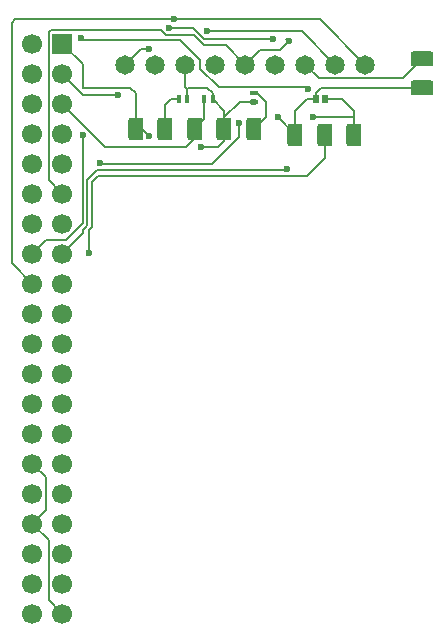
<source format=gbr>
%TF.GenerationSoftware,KiCad,Pcbnew,9.0.4-9.0.4-0~ubuntu22.04.1*%
%TF.CreationDate,2025-10-27T10:58:52+05:30*%
%TF.ProjectId,Pin_Socket,50696e5f-536f-4636-9b65-742e6b696361,rev?*%
%TF.SameCoordinates,Original*%
%TF.FileFunction,Copper,L2,Bot*%
%TF.FilePolarity,Positive*%
%FSLAX46Y46*%
G04 Gerber Fmt 4.6, Leading zero omitted, Abs format (unit mm)*
G04 Created by KiCad (PCBNEW 9.0.4-9.0.4-0~ubuntu22.04.1) date 2025-10-27 10:58:52*
%MOMM*%
%LPD*%
G01*
G04 APERTURE LIST*
G04 Aperture macros list*
%AMRoundRect*
0 Rectangle with rounded corners*
0 $1 Rounding radius*
0 $2 $3 $4 $5 $6 $7 $8 $9 X,Y pos of 4 corners*
0 Add a 4 corners polygon primitive as box body*
4,1,4,$2,$3,$4,$5,$6,$7,$8,$9,$2,$3,0*
0 Add four circle primitives for the rounded corners*
1,1,$1+$1,$2,$3*
1,1,$1+$1,$4,$5*
1,1,$1+$1,$6,$7*
1,1,$1+$1,$8,$9*
0 Add four rect primitives between the rounded corners*
20,1,$1+$1,$2,$3,$4,$5,0*
20,1,$1+$1,$4,$5,$6,$7,0*
20,1,$1+$1,$6,$7,$8,$9,0*
20,1,$1+$1,$8,$9,$2,$3,0*%
G04 Aperture macros list end*
%TA.AperFunction,ComponentPad*%
%ADD10R,1.700000X1.700000*%
%TD*%
%TA.AperFunction,ComponentPad*%
%ADD11C,1.700000*%
%TD*%
%TA.AperFunction,SMDPad,CuDef*%
%ADD12RoundRect,0.050000X-0.300000X0.150000X-0.300000X-0.150000X0.300000X-0.150000X0.300000X0.150000X0*%
%TD*%
%TA.AperFunction,SMDPad,CuDef*%
%ADD13RoundRect,0.050000X-0.150000X-0.300000X0.150000X-0.300000X0.150000X0.300000X-0.150000X0.300000X0*%
%TD*%
%TA.AperFunction,ComponentPad*%
%ADD14C,1.650000*%
%TD*%
%TA.AperFunction,SMDPad,CuDef*%
%ADD15R,0.500000X0.800000*%
%TD*%
%TA.AperFunction,SMDPad,CuDef*%
%ADD16RoundRect,0.190500X0.762000X0.444500X-0.762000X0.444500X-0.762000X-0.444500X0.762000X-0.444500X0*%
%TD*%
%TA.AperFunction,SMDPad,CuDef*%
%ADD17RoundRect,0.190500X0.444500X-0.762000X0.444500X0.762000X-0.444500X0.762000X-0.444500X-0.762000X0*%
%TD*%
%TA.AperFunction,ViaPad*%
%ADD18C,0.600000*%
%TD*%
%TA.AperFunction,Conductor*%
%ADD19C,0.200000*%
%TD*%
G04 APERTURE END LIST*
D10*
%TO.P,J1,1,Pin_1*%
%TO.N,3v3 power_1*%
X133770000Y-65294200D03*
D11*
%TO.P,J1,2,Pin_2*%
%TO.N,5V_Power*%
X131230000Y-65294200D03*
%TO.P,J1,3,Pin_3*%
%TO.N,SDA*%
X133770000Y-67834200D03*
%TO.P,J1,4,Pin_4*%
%TO.N,5V_Power*%
X131230000Y-67834200D03*
%TO.P,J1,5,Pin_5*%
%TO.N,SCL*%
X133770000Y-70374200D03*
%TO.P,J1,6,Pin_6*%
%TO.N,GND*%
X131230000Y-70374200D03*
%TO.P,J1,7,Pin_7*%
%TO.N,unconnected-(J1-Pin_7-Pad7)*%
X133770000Y-72914200D03*
%TO.P,J1,8,Pin_8*%
%TO.N,unconnected-(J1-Pin_8-Pad8)*%
X131230000Y-72914200D03*
%TO.P,J1,9,Pin_9*%
%TO.N,GND*%
X133770000Y-75454200D03*
%TO.P,J1,10,Pin_10*%
%TO.N,unconnected-(J1-Pin_10-Pad10)*%
X131230000Y-75454200D03*
%TO.P,J1,11,Pin_11*%
%TO.N,M5_ZOOM_OUT*%
X133770000Y-77994200D03*
%TO.P,J1,12,Pin_12*%
%TO.N,unconnected-(J1-Pin_12-Pad12)*%
X131230000Y-77994200D03*
%TO.P,J1,13,Pin_13*%
%TO.N,M4_ZOOM_IN*%
X133770000Y-80534200D03*
%TO.P,J1,14,Pin_14*%
%TO.N,GND*%
X131230000Y-80534200D03*
%TO.P,J1,15,Pin_15*%
%TO.N,M2_LED_OFF*%
X133770000Y-83074200D03*
%TO.P,J1,16,Pin_16*%
%TO.N,M9_PWR_IND*%
X131230000Y-83074200D03*
%TO.P,J1,17,Pin_17*%
%TO.N,unconnected-(J1-Pin_17-Pad17)*%
X133770000Y-85614200D03*
%TO.P,J1,18,Pin_18*%
%TO.N,M1_WIFI_IND*%
X131230000Y-85614200D03*
%TO.P,J1,19,Pin_19*%
%TO.N,unconnected-(J1-Pin_19-Pad19)*%
X133770000Y-88154200D03*
%TO.P,J1,20,Pin_20*%
%TO.N,GND*%
X131230000Y-88154200D03*
%TO.P,J1,21,Pin_21*%
%TO.N,unconnected-(J1-Pin_21-Pad21)*%
X133770000Y-90694200D03*
%TO.P,J1,22,Pin_22*%
%TO.N,M8_LED_ON*%
X131230000Y-90694200D03*
%TO.P,J1,23,Pin_23*%
%TO.N,unconnected-(J1-Pin_23-Pad23)*%
X133770000Y-93234200D03*
%TO.P,J1,24,Pin_24*%
%TO.N,unconnected-(J1-Pin_24-Pad24)*%
X131230000Y-93234200D03*
%TO.P,J1,25,Pin_25*%
%TO.N,GND*%
X133770000Y-95774200D03*
%TO.P,J1,26,Pin_26*%
%TO.N,unconnected-(J1-Pin_26-Pad26)*%
X131230000Y-95774200D03*
%TO.P,J1,27,Pin_27*%
%TO.N,unconnected-(J1-Pin_27-Pad27)*%
X133770000Y-98314200D03*
%TO.P,J1,28,Pin_28*%
%TO.N,unconnected-(J1-Pin_28-Pad28)*%
X131230000Y-98314200D03*
%TO.P,J1,29,Pin_29*%
%TO.N,unconnected-(J1-Pin_29-Pad29)*%
X133770000Y-100854200D03*
%TO.P,J1,30,Pin_30*%
%TO.N,GND*%
X131230000Y-100854200D03*
%TO.P,J1,31,Pin_31*%
%TO.N,unconnected-(J1-Pin_31-Pad31)*%
X133770000Y-103394200D03*
%TO.P,J1,32,Pin_32*%
%TO.N,PWM0*%
X131230000Y-103394200D03*
%TO.P,J1,33,Pin_33*%
%TO.N,unconnected-(J1-Pin_33-Pad33)*%
X133770000Y-105934200D03*
%TO.P,J1,34,Pin_34*%
%TO.N,GND*%
X131230000Y-105934200D03*
%TO.P,J1,35,Pin_35*%
%TO.N,unconnected-(J1-Pin_35-Pad35)*%
X133770000Y-108474200D03*
%TO.P,J1,36,Pin_36*%
%TO.N,unconnected-(J1-Pin_36-Pad36)*%
X131230000Y-108474200D03*
%TO.P,J1,37,Pin_37*%
%TO.N,unconnected-(J1-Pin_37-Pad37)*%
X133770000Y-111014200D03*
%TO.P,J1,38,Pin_38*%
%TO.N,unconnected-(J1-Pin_38-Pad38)*%
X131230000Y-111014200D03*
%TO.P,J1,39,Pin_39*%
%TO.N,GND*%
X133770000Y-113554200D03*
%TO.P,J1,40,Pin_40*%
%TO.N,unconnected-(J1-Pin_40-Pad40)*%
X131230000Y-113554200D03*
%TD*%
D12*
%TO.P,D2,1,K*%
%TO.N,3v3 power_1*%
X150000000Y-69500000D03*
%TO.P,D2,2,A*%
%TO.N,GND*%
X150000000Y-70200000D03*
%TD*%
D13*
%TO.P,D3,1,K*%
%TO.N,SDA*%
X143650000Y-70000000D03*
%TO.P,D3,2,A*%
%TO.N,GND*%
X144350000Y-70000000D03*
%TD*%
D14*
%TO.P,J3,1*%
%TO.N,M1_WIFI_IND*%
X159430000Y-67054200D03*
%TO.P,J3,2*%
%TO.N,M2_LED_OFF*%
X156890000Y-67054200D03*
%TO.P,J3,3*%
%TO.N,M3_PWR_BTN*%
X154350000Y-67054200D03*
%TO.P,J3,4*%
%TO.N,M4_ZOOM_IN*%
X151810000Y-67054200D03*
%TO.P,J3,5*%
%TO.N,M5_ZOOM_OUT*%
X149270000Y-67054200D03*
%TO.P,J3,6*%
%TO.N,unconnected-(J3-Pad6)*%
X146730000Y-67054200D03*
%TO.P,J3,7*%
%TO.N,GND*%
X144190000Y-67054200D03*
%TO.P,J3,8*%
%TO.N,M8_LED_ON*%
X141650000Y-67054200D03*
%TO.P,J3,9*%
%TO.N,M9_PWR_IND*%
X139110000Y-67054200D03*
%TD*%
D15*
%TO.P,D1,A*%
%TO.N,GND*%
X155300000Y-70000000D03*
%TO.P,D1,K*%
%TO.N,5V_Power*%
X156000000Y-70000000D03*
%TD*%
D16*
%TO.P,J5,1,Pin_1*%
%TO.N,M3_PWR_BTN*%
X164270050Y-66554177D03*
%TO.P,J5,2,Pin_2*%
%TO.N,GND*%
X164270050Y-69054177D03*
%TD*%
D13*
%TO.P,D4,1,K*%
%TO.N,SCL*%
X145800000Y-70000000D03*
%TO.P,D4,2,A*%
%TO.N,GND*%
X146500000Y-70000000D03*
%TD*%
D17*
%TO.P,J2,1,Pin_1*%
%TO.N,5V_Power*%
X158500000Y-73000000D03*
%TO.P,J2,2,Pin_2*%
%TO.N,PWM0*%
X156000000Y-73000000D03*
%TO.P,J2,3,Pin_3*%
%TO.N,GND*%
X153500000Y-73000000D03*
%TD*%
%TO.P,J4,1,Pin_1*%
%TO.N,3v3 power_1*%
X150000000Y-72500000D03*
%TO.P,J4,2,Pin_2*%
%TO.N,GND*%
X147500000Y-72500000D03*
%TO.P,J4,3,Pin_3*%
%TO.N,SCL*%
X145000000Y-72500000D03*
%TO.P,J4,4,Pin_4*%
%TO.N,SDA*%
X142500000Y-72500000D03*
%TO.P,J4,5,Pin_5*%
%TO.N,3v3 power_1*%
X140000000Y-72500000D03*
%TD*%
D18*
%TO.N,5V_Power*%
X135360500Y-64810100D03*
X155000000Y-71500000D03*
X154570700Y-69159800D03*
%TO.N,PWM0*%
X136000000Y-83000000D03*
%TO.N,GND*%
X152000000Y-71500000D03*
X145500000Y-74000000D03*
X150000000Y-70200000D03*
%TO.N,M5_ZOOM_OUT*%
X152943200Y-65094100D03*
%TO.N,M4_ZOOM_IN*%
X148750000Y-72013600D03*
X137000000Y-75400000D03*
%TO.N,M9_PWR_IND*%
X141125300Y-65699800D03*
X135500000Y-73000000D03*
X151599300Y-64869000D03*
X142833200Y-63958800D03*
%TO.N,M1_WIFI_IND*%
X143211600Y-63203300D03*
%TO.N,M2_LED_OFF*%
X152826342Y-75900000D03*
X146012900Y-64248900D03*
%TO.N,SDA*%
X142500000Y-72500000D03*
X138500000Y-69600000D03*
%TO.N,3v3 power_1*%
X141148004Y-73106378D03*
X150000000Y-72500000D03*
%TD*%
D19*
%TO.N,5V_Power*%
X158500000Y-71473400D02*
X158500000Y-73000000D01*
X158500000Y-71000000D02*
X158500000Y-71473400D01*
X157500000Y-70000000D02*
X158500000Y-71000000D01*
X145460000Y-67415500D02*
X147038700Y-68994200D01*
X143720300Y-64962200D02*
X145460000Y-66701900D01*
X155026600Y-71473400D02*
X155000000Y-71500000D01*
X154405100Y-68994200D02*
X154570700Y-69159800D01*
X156000000Y-70000000D02*
X157500000Y-70000000D01*
X158500000Y-71473400D02*
X155554600Y-71473400D01*
X155554600Y-71473400D02*
X155026600Y-71473400D01*
X135512600Y-64962200D02*
X143720300Y-64962200D01*
X147038700Y-68994200D02*
X154405100Y-68994200D01*
X135360500Y-64810100D02*
X135512600Y-64962200D01*
X145460000Y-66701900D02*
X145460000Y-67415500D01*
%TO.N,PWM0*%
X136067140Y-81067060D02*
X136000000Y-81134209D01*
X136302001Y-80499960D02*
X136302012Y-80499971D01*
X136802000Y-76500000D02*
X136302001Y-76999999D01*
X136302012Y-80499971D02*
X136302012Y-80668592D01*
X156000000Y-73000000D02*
X156000000Y-75000000D01*
X136302023Y-80832143D02*
X136302012Y-80832154D01*
X156066900Y-73066900D02*
X156000000Y-73000000D01*
X156000000Y-75000000D02*
X154500000Y-76500000D01*
X136302012Y-80668592D02*
X136302023Y-80832143D01*
X136302000Y-80832200D02*
X136067140Y-81067060D01*
X136302012Y-80832154D02*
X136302012Y-80832171D01*
X154500000Y-76500000D02*
X136802000Y-76500000D01*
X136302001Y-76999999D02*
X136302001Y-80499960D01*
X136302000Y-80832183D02*
X136302000Y-80832200D01*
X136000000Y-81134209D02*
X136000000Y-83000000D01*
X136302012Y-80832171D02*
X136302000Y-80832183D01*
%TO.N,GND*%
X154500000Y-70000000D02*
X155300000Y-70000000D01*
X146000000Y-69000000D02*
X146500000Y-69500000D01*
X145500000Y-74000000D02*
X147000000Y-74000000D01*
X133770000Y-113554200D02*
X132618300Y-112402500D01*
X147500000Y-73500000D02*
X147500000Y-72500000D01*
X144500000Y-69000000D02*
X146000000Y-69000000D01*
X153500000Y-71000000D02*
X154500000Y-70000000D01*
X144190000Y-68990000D02*
X144350000Y-69150000D01*
X164270000Y-69054200D02*
X155694000Y-69054200D01*
X153500000Y-73000000D02*
X153500000Y-71000000D01*
X147500000Y-72500000D02*
X147500000Y-71500000D01*
X155694000Y-69054200D02*
X155300000Y-69448000D01*
X147500000Y-71000000D02*
X146500000Y-70000000D01*
X144350000Y-69150000D02*
X144500000Y-69000000D01*
X144350000Y-70000000D02*
X144350000Y-69150000D01*
X131230000Y-100854200D02*
X132381000Y-102005200D01*
X144190000Y-67054200D02*
X144190000Y-68990000D01*
X147500000Y-71500000D02*
X147500000Y-71000000D01*
X147500000Y-71500000D02*
X147500000Y-72500000D01*
X150000000Y-70200000D02*
X148800000Y-70200000D01*
X132618300Y-112402500D02*
X132618300Y-107322500D01*
X147000000Y-74000000D02*
X147500000Y-73500000D01*
X132381000Y-104783200D02*
X131230000Y-105934200D01*
X155300000Y-69448000D02*
X155300000Y-70000000D01*
X132618300Y-107322500D02*
X131230000Y-105934200D01*
X132381000Y-102005200D02*
X132381000Y-104783200D01*
X148800000Y-70200000D02*
X147500000Y-71500000D01*
X153500000Y-73000000D02*
X152000000Y-71500000D01*
X146500000Y-69500000D02*
X146500000Y-70000000D01*
%TO.N,M5_ZOOM_OUT*%
X152196700Y-65840600D02*
X150483600Y-65840600D01*
X144905500Y-64560500D02*
X145740800Y-65395800D01*
X132839300Y-64098100D02*
X142121700Y-64098100D01*
X133770000Y-77994200D02*
X132618300Y-76842500D01*
X132618300Y-76842500D02*
X132618300Y-64319100D01*
X145740800Y-65395800D02*
X147611600Y-65395800D01*
X152704200Y-64855100D02*
X152943200Y-65094100D01*
X152943200Y-65094100D02*
X152196700Y-65840600D01*
X147611600Y-65395800D02*
X149270000Y-67054200D01*
X142584100Y-64560500D02*
X144905500Y-64560500D01*
X132618300Y-64319100D02*
X132839300Y-64098100D01*
X150483600Y-65840600D02*
X149270000Y-67054200D01*
X142121700Y-64098100D02*
X142584100Y-64560500D01*
X152943200Y-65094100D02*
X152704200Y-64855100D01*
%TO.N,M4_ZOOM_IN*%
X146428700Y-75500000D02*
X148750000Y-73178700D01*
X137100000Y-75500000D02*
X146428700Y-75500000D01*
X148750000Y-73178700D02*
X148750000Y-72013600D01*
X137000000Y-75400000D02*
X137100000Y-75500000D01*
%TO.N,M3_PWR_BTN*%
X154350000Y-67054200D02*
X155531800Y-68236000D01*
X155531800Y-68236000D02*
X162588200Y-68236000D01*
X162588200Y-68236000D02*
X164270000Y-66554200D01*
%TO.N,M9_PWR_IND*%
X134077000Y-81923200D02*
X132381000Y-81923200D01*
X139110000Y-67054200D02*
X140464400Y-65699800D01*
X145782100Y-64869000D02*
X151599300Y-64869000D01*
X132381000Y-81923200D02*
X131230000Y-83074200D01*
X144871900Y-63958800D02*
X145782100Y-64869000D01*
X142833200Y-63958800D02*
X144871900Y-63958800D01*
X140464400Y-65699800D02*
X141125300Y-65699800D01*
X135500000Y-73000000D02*
X135500000Y-80500000D01*
X135500000Y-80500000D02*
X134077000Y-81923200D01*
%TO.N,M1_WIFI_IND*%
X129796700Y-63203300D02*
X143211600Y-63203300D01*
X131230000Y-85614200D02*
X129500000Y-83884200D01*
X155579100Y-63203300D02*
X143211600Y-63203300D01*
X129500000Y-83884200D02*
X129500000Y-63500000D01*
X129500000Y-63500000D02*
X129796700Y-63203300D01*
X159430000Y-67054200D02*
X155579100Y-63203300D01*
%TO.N,M2_LED_OFF*%
X146012900Y-64248900D02*
X154084700Y-64248900D01*
X133770000Y-83074200D02*
X135500000Y-81344200D01*
X135901012Y-80666071D02*
X135901000Y-80492750D01*
X135500000Y-81344200D02*
X135500000Y-81067140D01*
X135901001Y-76833899D02*
X136734900Y-76000000D01*
X154084700Y-64248900D02*
X156890000Y-67054200D01*
X135500000Y-81067140D02*
X135780567Y-80786533D01*
X135901000Y-80666083D02*
X135901012Y-80666071D01*
X152726342Y-76000000D02*
X152826342Y-75900000D01*
X136734900Y-76000000D02*
X152726342Y-76000000D01*
X135901000Y-80666100D02*
X135901000Y-80666083D01*
X135780567Y-80786533D02*
X135901000Y-80666100D01*
X135901000Y-80492750D02*
X135901001Y-76833899D01*
%TO.N,SDA*%
X143000000Y-70000000D02*
X143650000Y-70000000D01*
X143000000Y-70000000D02*
X142500000Y-70500000D01*
X142500000Y-70500000D02*
X142500000Y-72500000D01*
X135533000Y-69600000D02*
X138500000Y-69600000D01*
X133770000Y-67834200D02*
X133770000Y-67837100D01*
X133770000Y-67837100D02*
X135533000Y-69600000D01*
%TO.N,SCL*%
X145000000Y-73250000D02*
X144250000Y-74000000D01*
X145800000Y-71700000D02*
X145000000Y-72500000D01*
X144250000Y-74000000D02*
X137396000Y-74000000D01*
X137396000Y-74000000D02*
X133770000Y-70374200D01*
X145000000Y-72500000D02*
X145000000Y-73250000D01*
X145800000Y-70000000D02*
X145800000Y-71700000D01*
%TO.N,3v3 power_1*%
X135500000Y-67024200D02*
X135500000Y-69000000D01*
X140000000Y-72500000D02*
X140541626Y-72500000D01*
X139500000Y-69000000D02*
X140000000Y-69500000D01*
X150248000Y-69500000D02*
X150000000Y-69500000D01*
X133770000Y-65294200D02*
X135500000Y-67024200D01*
X151000000Y-71500000D02*
X150000000Y-72500000D01*
X140000000Y-69500000D02*
X140000000Y-72500000D01*
X140541626Y-72500000D02*
X141148004Y-73106378D01*
X151000000Y-70252200D02*
X150248000Y-69500000D01*
X151000000Y-71500000D02*
X151000000Y-70252200D01*
X135500000Y-69000000D02*
X139500000Y-69000000D01*
%TD*%
M02*

</source>
